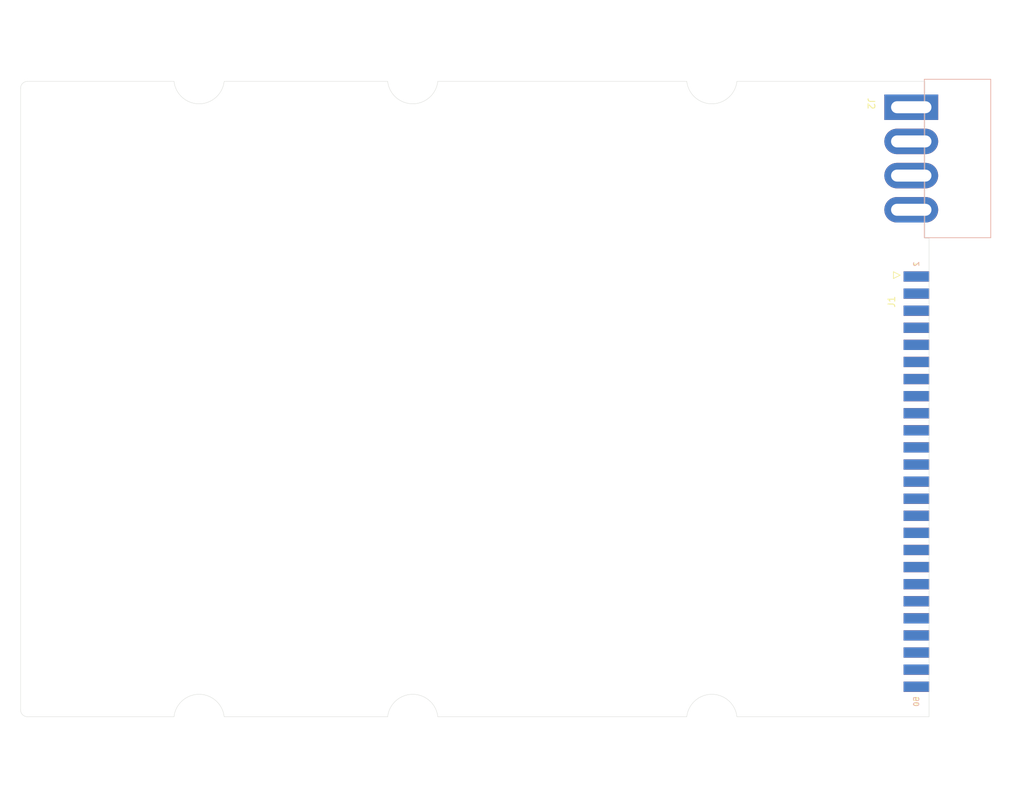
<source format=kicad_pcb>
(kicad_pcb (version 20171130) (host pcbnew "(5.1.6)-1")

  (general
    (thickness 1.6)
    (drawings 20)
    (tracks 0)
    (zones 0)
    (modules 3)
    (nets 1)
  )

  (page A4)
  (layers
    (0 F.Cu signal)
    (31 B.Cu signal)
    (32 B.Adhes user)
    (33 F.Adhes user)
    (34 B.Paste user)
    (35 F.Paste user)
    (36 B.SilkS user)
    (37 F.SilkS user)
    (38 B.Mask user)
    (39 F.Mask user)
    (40 Dwgs.User user)
    (41 Cmts.User user)
    (42 Eco1.User user)
    (43 Eco2.User user)
    (44 Edge.Cuts user)
    (45 Margin user)
    (46 B.CrtYd user)
    (47 F.CrtYd user)
    (48 B.Fab user)
    (49 F.Fab user)
  )

  (setup
    (last_trace_width 0.25)
    (trace_clearance 0.2)
    (zone_clearance 0.508)
    (zone_45_only no)
    (trace_min 0.2)
    (via_size 0.8)
    (via_drill 0.4)
    (via_min_size 0.4)
    (via_min_drill 0.3)
    (uvia_size 0.3)
    (uvia_drill 0.1)
    (uvias_allowed no)
    (uvia_min_size 0.2)
    (uvia_min_drill 0.1)
    (edge_width 0.05)
    (segment_width 0.2)
    (pcb_text_width 0.3)
    (pcb_text_size 1.5 1.5)
    (mod_edge_width 0.12)
    (mod_text_size 1 1)
    (mod_text_width 0.15)
    (pad_size 1.524 1.524)
    (pad_drill 0.762)
    (pad_to_mask_clearance 0.05)
    (aux_axis_origin 0 0)
    (grid_origin 74 146.9)
    (visible_elements 7FFFFFFF)
    (pcbplotparams
      (layerselection 0x010fc_ffffffff)
      (usegerberextensions false)
      (usegerberattributes true)
      (usegerberadvancedattributes true)
      (creategerberjobfile true)
      (excludeedgelayer true)
      (linewidth 0.100000)
      (plotframeref false)
      (viasonmask false)
      (mode 1)
      (useauxorigin false)
      (hpglpennumber 1)
      (hpglpenspeed 20)
      (hpglpendiameter 15.000000)
      (psnegative false)
      (psa4output false)
      (plotreference true)
      (plotvalue true)
      (plotinvisibletext false)
      (padsonsilk false)
      (subtractmaskfromsilk false)
      (outputformat 1)
      (mirror false)
      (drillshape 1)
      (scaleselection 1)
      (outputdirectory ""))
  )

  (net 0 "")

  (net_class Default "This is the default net class."
    (clearance 0.2)
    (trace_width 0.25)
    (via_dia 0.8)
    (via_drill 0.4)
    (uvia_dia 0.3)
    (uvia_drill 0.1)
  )

  (module "project:3.5 Hard Drive Bottom Outline" (layer F.Cu) (tedit 60DFE8AA) (tstamp 60DFEEF8)
    (at 218 48.9)
    (fp_text reference REF** (at -63.5 -2.54) (layer F.SilkS) hide
      (effects (font (size 1 1) (thickness 0.15)))
    )
    (fp_text value "3.5 Hard Drive Bottom Outline" (at -66.04 -5.08) (layer F.Fab)
      (effects (font (size 1 1) (thickness 0.15)))
    )
    (fp_line (start 0 0) (end 0 3.175) (layer Dwgs.User) (width 0.12))
    (fp_circle (center -117.475 3.175) (end -115.7224 3.1496) (layer Dwgs.User) (width 0.12))
    (fp_circle (center -85.725 3.175) (end -83.9724 3.1623) (layer Dwgs.User) (width 0.12))
    (fp_circle (center -41.275 3.175) (end -39.5224 3.2004) (layer Dwgs.User) (width 0.12))
    (fp_circle (center -41.275 98.425) (end -39.5224 98.425) (layer Dwgs.User) (width 0.12))
    (fp_circle (center -85.725 98.425) (end -83.9724 98.4377) (layer Dwgs.User) (width 0.12))
    (fp_circle (center -117.475 98.425) (end -115.7224 98.3742) (layer Dwgs.User) (width 0.12))
    (fp_line (start -117.475 3.175) (end -117.475 3.81) (layer Dwgs.User) (width 0.12))
    (fp_line (start -85.725 3.175) (end -85.725 3.81) (layer Dwgs.User) (width 0.12))
    (fp_line (start -41.275 3.175) (end -41.275 3.81) (layer Dwgs.User) (width 0.12))
    (fp_line (start -41.275 98.425) (end -41.275 97.79) (layer Dwgs.User) (width 0.12))
    (fp_line (start -85.725 98.425) (end -85.725 97.79) (layer Dwgs.User) (width 0.12))
    (fp_line (start -117.475 98.425) (end -117.475 97.79) (layer Dwgs.User) (width 0.12))
    (fp_line (start -117.475 98.425) (end -146.9898 98.425) (layer Dwgs.User) (width 0.12))
    (fp_line (start -117.475 3.175) (end -146.9898 3.175) (layer Dwgs.User) (width 0.12))
    (fp_line (start -85.725 98.425) (end -117.475 98.425) (layer Dwgs.User) (width 0.12))
    (fp_line (start -41.275 98.425) (end -85.725 98.425) (layer Dwgs.User) (width 0.12))
    (fp_line (start 0 98.425) (end -41.275 98.425) (layer Dwgs.User) (width 0.12))
    (fp_line (start -85.725 3.175) (end -117.475 3.175) (layer Dwgs.User) (width 0.12))
    (fp_line (start -41.275 3.175) (end -85.725 3.175) (layer Dwgs.User) (width 0.12))
    (fp_line (start -41.275 3.175) (end 0 3.175) (layer Dwgs.User) (width 0.12))
    (fp_line (start -147 0) (end 0 0) (layer Dwgs.User) (width 0.12))
    (fp_line (start -147 101.6) (end -147 0) (layer Dwgs.User) (width 0.12))
    (fp_line (start 0 101.6) (end -147 101.6) (layer Dwgs.User) (width 0.12))
    (fp_line (start 0 0) (end 0 101.6) (layer Dwgs.User) (width 0.12))
    (fp_arc (start -41.275 98.425) (end -37.9222 98.425) (angle -180) (layer Dwgs.User) (width 0.12))
    (fp_arc (start -85.725 98.425) (end -82.3722 98.425) (angle -180) (layer Dwgs.User) (width 0.12))
    (fp_arc (start -117.475 98.425) (end -114.1222 98.425) (angle -180) (layer Dwgs.User) (width 0.12))
    (fp_arc (start -41.275 3.175) (end -44.6278 3.175) (angle -180) (layer Dwgs.User) (width 0.12))
    (fp_arc (start -85.725 3.175) (end -89.0778 3.175) (angle -180) (layer Dwgs.User) (width 0.12))
    (fp_arc (start -117.475 3.175) (end -120.8278 3.175) (angle -180) (layer Dwgs.User) (width 0.12))
  )

  (module project:IDC-Header_2x25_P2.54mm_Edge (layer F.Cu) (tedit 60DBEF37) (tstamp 60DC0495)
    (at 209.023 81.288)
    (descr "Through hole IDC box header, 2x25, 2.54mm pitch, DIN 41651 / IEC 60603-13, double rows, https://docs.google.com/spreadsheets/d/16SsEcesNF15N3Lb4niX7dcUr-NY5_MFPQhobNuNppn4/edit#gid=0")
    (tags "Through hole vertical IDC box header THT 2x25 2.54mm double row")
    (fp_text reference J1 (at -5.58 3.96 -90) (layer F.SilkS)
      (effects (font (size 1 1) (thickness 0.15)))
    )
    (fp_text value IDC-Header_2x25_P2.54mm_Edge (at 1.27 68.58) (layer F.Fab)
      (effects (font (size 1 1) (thickness 0.15)))
    )
    (fp_line (start 0 -16.51) (end 0 77.47) (layer Dwgs.User) (width 0.12))
    (fp_line (start 9.48 66.76) (end -0.42 66.76) (layer B.CrtYd) (width 0.05))
    (fp_line (start 9.48 -5.4) (end 9.48 66.76) (layer B.CrtYd) (width 0.05))
    (fp_line (start -0.42 -5.4) (end 9.48 -5.4) (layer B.CrtYd) (width 0.05))
    (fp_line (start -0.42 -1.06) (end -0.42 -5.4) (layer B.CrtYd) (width 0.05))
    (fp_line (start -4.31 -1.06) (end -0.42 -1.06) (layer B.CrtYd) (width 0.05))
    (fp_line (start -4.31 62.42) (end -4.31 -1.06) (layer B.CrtYd) (width 0.05))
    (fp_line (start -0.42 62.42) (end -4.31 62.42) (layer B.CrtYd) (width 0.05))
    (fp_line (start -0.42 66.76) (end -0.42 62.42) (layer B.CrtYd) (width 0.05))
    (fp_line (start -4.31 62.42) (end -0.42 62.42) (layer F.CrtYd) (width 0.05))
    (fp_line (start -4.31 -1.06) (end -4.31 62.42) (layer F.CrtYd) (width 0.05))
    (fp_line (start -0.42 -1.06) (end -4.31 -1.06) (layer F.CrtYd) (width 0.05))
    (fp_line (start -0.42 -5.4) (end -0.42 -1.06) (layer F.CrtYd) (width 0.05))
    (fp_line (start -0.42 66.76) (end -0.42 62.42) (layer F.CrtYd) (width 0.05))
    (fp_line (start -0.42 -5.4) (end 9.48 -5.4) (layer F.CrtYd) (width 0.05))
    (fp_line (start 9.48 66.76) (end -0.42 66.76) (layer F.CrtYd) (width 0.05))
    (fp_line (start 9.48 -5.4) (end 9.48 66.76) (layer F.CrtYd) (width 0.05))
    (fp_line (start -5.315 0.5) (end -4.315 0) (layer F.SilkS) (width 0.12))
    (fp_line (start -5.315 -0.5) (end -5.315 0.5) (layer F.SilkS) (width 0.12))
    (fp_line (start -4.315 0) (end -5.315 -0.5) (layer F.SilkS) (width 0.12))
    (fp_line (start 0.08 32.73) (end 8.98 32.73) (layer F.Fab) (width 0.1))
    (fp_line (start 7.78 32.73) (end 7.78 32.73) (layer F.Fab) (width 0.1))
    (fp_line (start 8.98 28.63) (end 0.08 28.63) (layer F.Fab) (width 0.1))
    (fp_line (start 8.98 66.26) (end 8.98 -4.9) (layer F.Fab) (width 0.1))
    (fp_line (start 0.08 66.26) (end 8.98 66.26) (layer F.Fab) (width 0.1))
    (fp_line (start 0.08 -4.9) (end 0.08 66.26) (layer F.Fab) (width 0.1))
    (fp_line (start 8.98 -4.9) (end 0.08 -4.9) (layer F.Fab) (width 0.1))
    (fp_text user 49 (at -1.905 63.373 -90) (layer F.SilkS)
      (effects (font (size 0.8 0.8) (thickness 0.1)))
    )
    (fp_text user 50 (at -1.905 63.373 -90) (layer B.SilkS)
      (effects (font (size 0.8 0.8) (thickness 0.1)) (justify mirror))
    )
    (fp_text user 2 (at -1.905 -1.651 -90) (layer B.SilkS)
      (effects (font (size 0.8 0.8) (thickness 0.1)) (justify mirror))
    )
    (fp_text user 1 (at -1.905 -1.651 -90) (layer F.SilkS)
      (effects (font (size 0.8 0.8) (thickness 0.1)))
    )
    (fp_text user Edge (at -1.27 74.93 90) (layer Dwgs.User)
      (effects (font (size 1 1) (thickness 0.15)))
    )
    (pad 50 smd rect (at -1.905 61.16) (size 3.81 1.524) (layers B.Cu B.Paste B.Mask))
    (pad 48 smd rect (at -1.905 58.62) (size 3.81 1.524) (layers B.Cu B.Paste B.Mask))
    (pad 46 smd rect (at -1.905 56.08) (size 3.81 1.524) (layers B.Cu B.Paste B.Mask))
    (pad 44 smd rect (at -1.905 53.54) (size 3.81 1.524) (layers B.Cu B.Paste B.Mask))
    (pad 42 smd rect (at -1.905 51) (size 3.81 1.524) (layers B.Cu B.Paste B.Mask))
    (pad 40 smd rect (at -1.905 48.46) (size 3.81 1.524) (layers B.Cu B.Paste B.Mask))
    (pad 38 smd rect (at -1.905 45.92) (size 3.81 1.524) (layers B.Cu B.Paste B.Mask))
    (pad 34 smd rect (at -1.905 40.84) (size 3.81 1.524) (layers B.Cu B.Paste B.Mask))
    (pad 36 smd rect (at -1.905 43.38) (size 3.81 1.524) (layers B.Cu B.Paste B.Mask))
    (pad 32 smd rect (at -1.905 38.3) (size 3.81 1.524) (layers B.Cu B.Paste B.Mask))
    (pad 30 smd rect (at -1.905 35.76) (size 3.81 1.524) (layers B.Cu B.Paste B.Mask))
    (pad 28 smd rect (at -1.905 33.22) (size 3.81 1.524) (layers B.Cu B.Paste B.Mask))
    (pad 24 smd rect (at -1.905 28.14) (size 3.81 1.524) (layers B.Cu B.Paste B.Mask))
    (pad 26 smd rect (at -1.905 30.68) (size 3.81 1.524) (layers B.Cu B.Paste B.Mask))
    (pad 22 smd rect (at -1.905 25.6) (size 3.81 1.524) (layers B.Cu B.Paste B.Mask))
    (pad 20 smd rect (at -1.905 23.06) (size 3.81 1.524) (layers B.Cu B.Paste B.Mask))
    (pad 18 smd rect (at -1.905 20.52) (size 3.81 1.524) (layers B.Cu B.Paste B.Mask))
    (pad 16 smd rect (at -1.905 17.98) (size 3.81 1.524) (layers B.Cu B.Paste B.Mask))
    (pad 14 smd rect (at -1.905 15.44) (size 3.81 1.524) (layers B.Cu B.Paste B.Mask))
    (pad 12 smd rect (at -1.905 12.9) (size 3.81 1.524) (layers B.Cu B.Paste B.Mask))
    (pad 10 smd rect (at -1.905 10.36) (size 3.81 1.524) (layers B.Cu B.Paste B.Mask))
    (pad 8 smd rect (at -1.905 7.82) (size 3.81 1.524) (layers B.Cu B.Paste B.Mask))
    (pad 6 smd rect (at -1.905 5.28) (size 3.81 1.524) (layers B.Cu B.Paste B.Mask))
    (pad 4 smd rect (at -1.905 2.74) (size 3.81 1.524) (layers B.Cu B.Paste B.Mask))
    (pad 2 smd rect (at -1.905 0.2) (size 3.81 1.524) (layers B.Cu B.Paste B.Mask))
    (pad 49 smd rect (at -1.905 61.16) (size 3.81 1.524) (layers F.Cu F.Paste F.Mask))
    (pad 47 smd rect (at -1.905 58.62) (size 3.81 1.524) (layers F.Cu F.Paste F.Mask))
    (pad 45 smd rect (at -1.905 56.08) (size 3.81 1.524) (layers F.Cu F.Paste F.Mask))
    (pad 43 smd rect (at -1.905 53.54) (size 3.81 1.524) (layers F.Cu F.Paste F.Mask))
    (pad 39 smd rect (at -1.905 48.46) (size 3.81 1.524) (layers F.Cu F.Paste F.Mask))
    (pad 41 smd rect (at -1.905 51) (size 3.81 1.524) (layers F.Cu F.Paste F.Mask))
    (pad 37 smd rect (at -1.905 45.92) (size 3.81 1.524) (layers F.Cu F.Paste F.Mask))
    (pad 35 smd rect (at -1.905 43.38) (size 3.81 1.524) (layers F.Cu F.Paste F.Mask))
    (pad 33 smd rect (at -1.905 40.84) (size 3.81 1.524) (layers F.Cu F.Paste F.Mask))
    (pad 31 smd rect (at -1.905 38.3) (size 3.81 1.524) (layers F.Cu F.Paste F.Mask))
    (pad 29 smd rect (at -1.905 35.76) (size 3.81 1.524) (layers F.Cu F.Paste F.Mask))
    (pad 27 smd rect (at -1.905 33.22) (size 3.81 1.524) (layers F.Cu F.Paste F.Mask))
    (pad 25 smd rect (at -1.905 30.68) (size 3.81 1.524) (layers F.Cu F.Paste F.Mask))
    (pad 23 smd rect (at -1.905 28.14) (size 3.81 1.524) (layers F.Cu F.Paste F.Mask))
    (pad 21 smd rect (at -1.905 25.6) (size 3.81 1.524) (layers F.Cu F.Paste F.Mask))
    (pad 19 smd rect (at -1.905 23.06) (size 3.81 1.524) (layers F.Cu F.Paste F.Mask))
    (pad 17 smd rect (at -1.905 20.52) (size 3.81 1.524) (layers F.Cu F.Paste F.Mask))
    (pad 15 smd rect (at -1.905 17.98) (size 3.81 1.524) (layers F.Cu F.Paste F.Mask))
    (pad 13 smd rect (at -1.905 15.44) (size 3.81 1.524) (layers F.Cu F.Paste F.Mask))
    (pad 11 smd rect (at -1.905 12.9) (size 3.81 1.524) (layers F.Cu F.Paste F.Mask))
    (pad 9 smd rect (at -1.905 10.36) (size 3.81 1.524) (layers F.Cu F.Paste F.Mask))
    (pad 7 smd rect (at -1.905 7.82) (size 3.81 1.524) (layers F.Cu F.Paste F.Mask))
    (pad 5 smd rect (at -1.905 5.28) (size 3.81 1.524) (layers F.Cu F.Paste F.Mask))
    (pad 3 smd rect (at -1.905 2.74) (size 3.81 1.524) (layers F.Cu F.Paste F.Mask))
    (pad 1 smd rect (at -1.905 0.2) (size 3.81 1.524) (layers F.Cu F.Paste F.Mask))
    (model ${KISYS3DMOD}/Connector_IDC.3dshapes/IDC-Header_2x25_P2.54mm_Vertical.wrl
      (offset (xyz -0.2 -0.2 0.4))
      (scale (xyz 1 1 1))
      (rotate (xyz 0 -90 0))
    )
  )

  (module project:TE_MATE-N-LOK_350211-1_1x04_P5.08mm_Horizontal (layer B.Cu) (tedit 60D69EBC) (tstamp 60D7F0A4)
    (at 208.388 63.954 270)
    (descr https://www.te.com/commerce/DocumentDelivery/DDEController?Action=showdoc&DocId=Customer+Drawing%7F350211%7FU5%7Fpdf%7FEnglish%7FENG_CD_350211_U5.pdf%7F350211-1)
    (tags "connector TE MATE-N-LOK top entry ATA PATA IDE 5.25 inch floppy drive power")
    (fp_text reference J2 (at -8.154 7.988 270 unlocked) (layer F.SilkS)
      (effects (font (size 1 1) (thickness 0.15)))
    )
    (fp_text value TE_MATE-N-LOK_350211-1_1x04_P5.08mm_EdgeMount (at 0.1905 -13.5255 270) (layer B.Fab)
      (effects (font (size 1 1) (thickness 0.15)) (justify mirror))
    )
    (fp_line (start 10.16 0.722) (end 3.78 0.722) (layer B.Fab) (width 0.12))
    (fp_line (start 10.16 -0.0508) (end 10.16 0.722) (layer B.Fab) (width 0.12))
    (fp_line (start -10.16 0.722) (end -10.16 0.6985) (layer B.Fab) (width 0.12))
    (fp_line (start -3.78 0.722) (end -10.16 0.722) (layer B.Fab) (width 0.12))
    (fp_line (start -10.16 -0.0508) (end -10.16 0.722) (layer B.Fab) (width 0.12))
    (fp_line (start 3.78 -0.0508) (end 3.78 0.722) (layer B.Fab) (width 0.12))
    (fp_line (start -3.78 -0.0508) (end -3.78 0.722) (layer B.Fab) (width 0.12))
    (fp_line (start 11.77 0.089) (end 11.77 -9.779) (layer B.SilkS) (width 0.12))
    (fp_line (start -11.62 -2.54) (end -12.66952 -2.54) (layer B.Fab) (width 0.1))
    (fp_line (start -12.66952 -0.06096) (end -11.62 -0.061) (layer B.Fab) (width 0.1))
    (fp_line (start -12.66952 -2.54) (end -12.66952 -0.06096) (layer B.Fab) (width 0.1))
    (fp_line (start 11.62 -2.54) (end 12.7 -2.54) (layer B.Fab) (width 0.1))
    (fp_line (start 12.7 -0.061) (end 11.62 -0.061) (layer B.Fab) (width 0.1))
    (fp_line (start 12.7 -2.54) (end 12.7 -0.061) (layer B.Fab) (width 0.1))
    (fp_line (start -11.62 -0.061) (end -11.62 -9.591) (layer B.Fab) (width 0.1))
    (fp_line (start 11.62 -9.591) (end 11.62 -0.061) (layer B.Fab) (width 0.1))
    (fp_line (start -11.62 -9.591) (end 11.62 -9.591) (layer B.Fab) (width 0.1))
    (fp_line (start 11.62 -0.061) (end -11.62 -0.061) (layer B.Fab) (width 0.1))
    (fp_line (start -11.77 0.089) (end -11.77 -9.779) (layer B.SilkS) (width 0.12))
    (fp_line (start 11.77 0.089) (end -11.77 0.089) (layer B.SilkS) (width 0.12))
    (fp_line (start -11.77 -9.779) (end 11.77 -9.779) (layer B.SilkS) (width 0.12))
    (fp_line (start -12.954 0.381) (end -12.954 -2.794) (layer B.CrtYd) (width 0.05))
    (fp_line (start 12.954 -2.794) (end 12.954 0.381) (layer B.CrtYd) (width 0.05))
    (fp_line (start -12.065 -10.033) (end 12.065 -10.033) (layer B.CrtYd) (width 0.05))
    (fp_line (start -23.495 0) (end 22.479 0) (layer Dwgs.User) (width 0.12))
    (fp_line (start 10.414 1.016) (end 9.779 1.016) (layer B.CrtYd) (width 0.05))
    (fp_line (start 9.779 1.016) (end 9.779 6.35) (layer B.CrtYd) (width 0.05))
    (fp_line (start 9.779 6.35) (end -9.779 6.35) (layer B.CrtYd) (width 0.05))
    (fp_line (start -10.414 1.016) (end -9.779 1.016) (layer B.CrtYd) (width 0.05))
    (fp_line (start -9.779 1.016) (end -9.779 6.35) (layer B.CrtYd) (width 0.05))
    (fp_line (start 12.954 -2.794) (end 12.065 -2.794) (layer B.CrtYd) (width 0.05))
    (fp_line (start 12.065 -2.794) (end 12.065 -10.033) (layer B.CrtYd) (width 0.05))
    (fp_line (start -12.954 -2.794) (end -12.065 -2.794) (layer B.CrtYd) (width 0.05))
    (fp_line (start -12.065 -2.794) (end -12.065 -10.033) (layer B.CrtYd) (width 0.05))
    (fp_line (start 12.954 0.381) (end 10.414 0.381) (layer B.CrtYd) (width 0.05))
    (fp_line (start 10.414 0.381) (end 10.414 1.016) (layer B.CrtYd) (width 0.05))
    (fp_line (start -10.414 1.016) (end -10.414 0.381) (layer B.CrtYd) (width 0.05))
    (fp_line (start -10.414 0.381) (end -12.954 0.381) (layer B.CrtYd) (width 0.05))
    (fp_text user %R (at 0.38 -4.191 270) (layer B.Fab)
      (effects (font (size 1 1) (thickness 0.15)) (justify mirror))
    )
    (pad 4 thru_hole oval (at 7.62 2.032 270) (size 3.78 8) (drill oval 1.78 6) (layers *.Cu *.Mask))
    (pad 3 thru_hole oval (at 2.54 2.032 270) (size 3.78 8) (drill oval 1.78 6) (layers *.Cu *.Mask))
    (pad 2 thru_hole oval (at -2.54 2.032 270) (size 3.78 8) (drill oval 1.78 6) (layers *.Cu *.Mask))
    (pad 1 thru_hole rect (at -7.62 2.032 270) (size 3.78 8) (drill oval 1.78 6) (layers *.Cu *.Mask))
    (model ${KISYS3DMOD}/Connector_TE-Connectivity.3dshapes/TE_MATE-N-LOK_350211-1_1x04_P5.08mm_Vertical.wrl
      (at (xyz 0 0 0))
      (scale (xyz 1 1 1))
      (rotate (xyz 0 0 0))
    )
    (model ${KIPRJMOD}/project.pretty/c-350211-1-af-3d.stp
      (offset (xyz 0 -9.5 -0.8))
      (scale (xyz 1 1 1))
      (rotate (xyz 90 0 180))
    )
  )

  (gr_arc (start 75 145.9) (end 74 145.9) (angle -90) (layer Edge.Cuts) (width 0.05))
  (gr_arc (start 75 53.5) (end 75 52.5) (angle -90) (layer Edge.Cuts) (width 0.05))
  (gr_line (start 180.449999 146.900001) (end 209 146.9) (layer Edge.Cuts) (width 0.05) (tstamp 60DFEF83))
  (gr_line (start 135.999999 146.900001) (end 173.000001 146.899999) (layer Edge.Cuts) (width 0.05) (tstamp 60DFEF82))
  (gr_line (start 104.249999 146.900001) (end 128.550001 146.899999) (layer Edge.Cuts) (width 0.05) (tstamp 60DFEF81))
  (gr_line (start 75 146.9) (end 96.800001 146.899999) (layer Edge.Cuts) (width 0.05) (tstamp 60DFEF80))
  (gr_line (start 96.800001 52.499999) (end 75 52.5) (layer Edge.Cuts) (width 0.05) (tstamp 60DFEF7F))
  (gr_line (start 128.550001 52.499999) (end 104.249999 52.500001) (layer Edge.Cuts) (width 0.05) (tstamp 60DFEF7E))
  (gr_line (start 173.000001 52.499999) (end 135.999999 52.500001) (layer Edge.Cuts) (width 0.05) (tstamp 60DFEF7D))
  (gr_line (start 208.4 52.5) (end 180.449999 52.500001) (layer Edge.Cuts) (width 0.05) (tstamp 60DFEF7C))
  (gr_arc (start 176.725 52.075) (end 173.000001 52.499999) (angle -166.9820871) (layer Edge.Cuts) (width 0.05))
  (gr_arc (start 132.275 52.075) (end 128.550001 52.499999) (angle -166.9820871) (layer Edge.Cuts) (width 0.05))
  (gr_arc (start 100.525 52.075) (end 96.800001 52.499999) (angle -166.9820871) (layer Edge.Cuts) (width 0.05))
  (gr_arc (start 100.525 147.325) (end 104.249999 146.900001) (angle -166.9820871) (layer Edge.Cuts) (width 0.05))
  (gr_arc (start 132.275 147.325) (end 135.999999 146.900001) (angle -166.9820871) (layer Edge.Cuts) (width 0.05))
  (gr_arc (start 176.725 147.325) (end 180.449999 146.900001) (angle -166.9820871) (layer Edge.Cuts) (width 0.05))
  (gr_line (start 208.4 75.8) (end 209 75.8) (layer Edge.Cuts) (width 0.05) (tstamp 60D7F32C))
  (gr_line (start 208.4 52.5) (end 208.4 75.8) (layer Edge.Cuts) (width 0.05))
  (gr_line (start 74 145.9) (end 74 53.5) (layer Edge.Cuts) (width 0.05))
  (gr_line (start 209 75.8) (end 209 146.9) (layer Edge.Cuts) (width 0.05))

)

</source>
